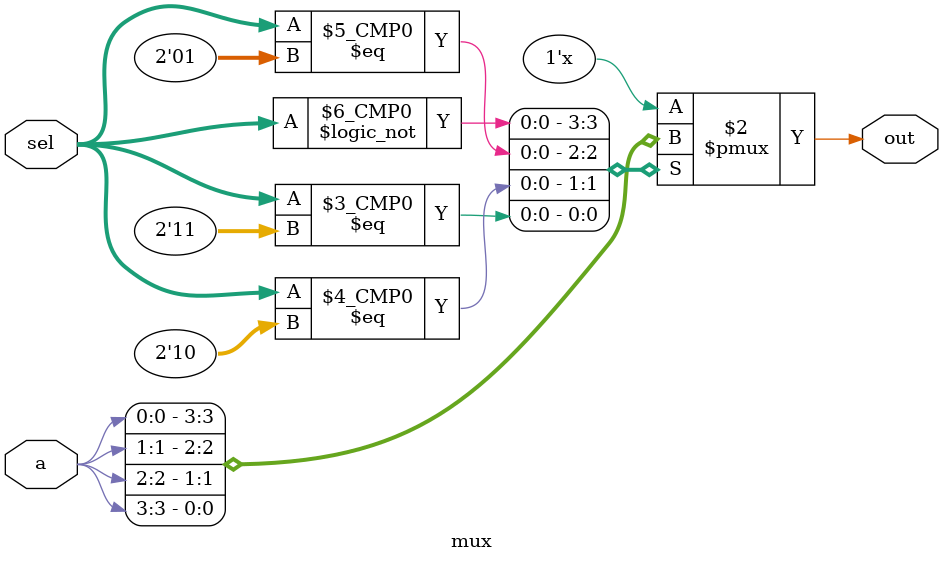
<source format=v>
module mux (a, sel, out);

input [3:0] a;
input [1:0] sel;
output reg out;

 always @(*) begin
    case (sel)
        2'b00: out = a[0];
        2'b01: out = a[1];
        2'b10: out = a[2];
        2'b11: out = a[3];
        default: out = 1'b0;
    endcase
 end
endmodule

</source>
